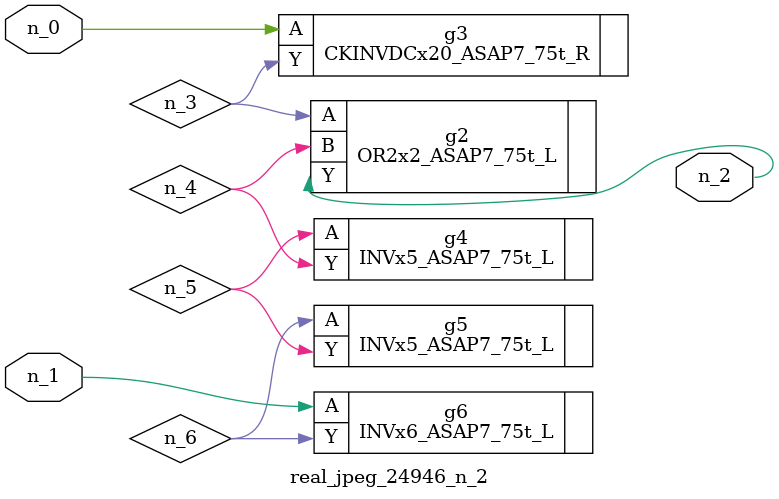
<source format=v>
module real_jpeg_24946_n_2 (n_1, n_0, n_2);

input n_1;
input n_0;

output n_2;

wire n_5;
wire n_4;
wire n_6;
wire n_3;

CKINVDCx20_ASAP7_75t_R g3 ( 
.A(n_0),
.Y(n_3)
);

INVx6_ASAP7_75t_L g6 ( 
.A(n_1),
.Y(n_6)
);

OR2x2_ASAP7_75t_L g2 ( 
.A(n_3),
.B(n_4),
.Y(n_2)
);

INVx5_ASAP7_75t_L g4 ( 
.A(n_5),
.Y(n_4)
);

INVx5_ASAP7_75t_L g5 ( 
.A(n_6),
.Y(n_5)
);


endmodule
</source>
